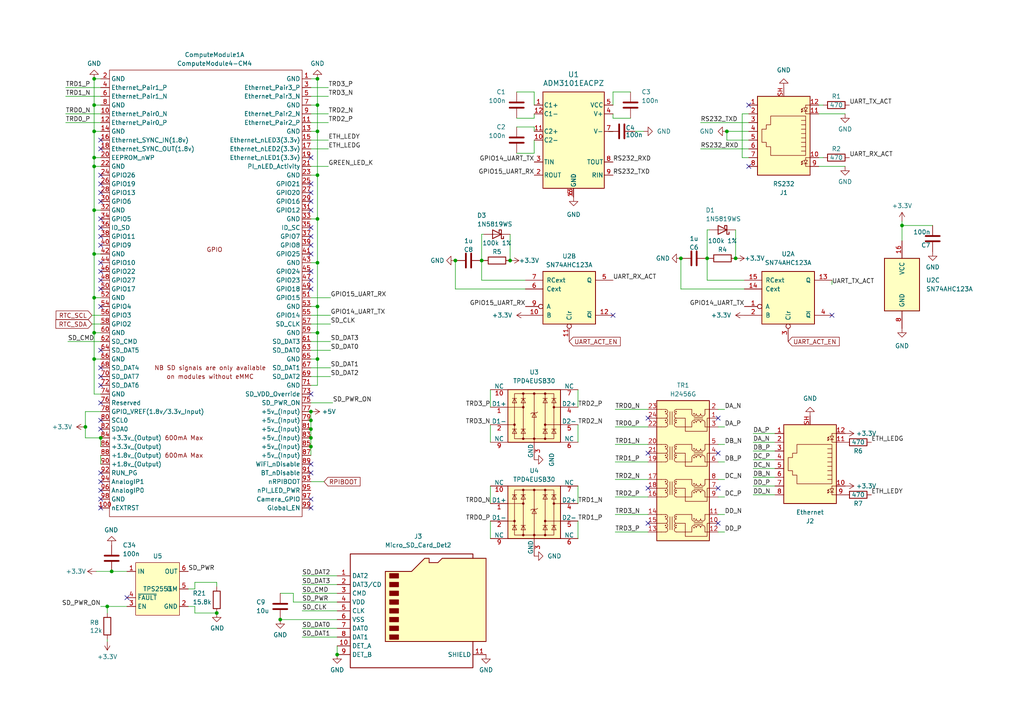
<source format=kicad_sch>
(kicad_sch (version 20231120) (generator "eeschema") (generator_version "8.0")
  (paper "A4")
  (junction (at 97.79 189.865))
  (junction (at 27.305 104.14))
  (junction (at 197.485 74.93))
  (junction (at 213.36 74.93))
  (junction (at 92.075 22.86))
  (junction (at 92.075 76.2))
  (junction (at 210.82 38.1))
  (junction (at 92.075 38.1))
  (junction (at 90.17 124.46))
  (junction (at 90.17 127))
  (junction (at 27.305 22.86))
  (junction (at 90.17 129.54))
  (junction (at 92.075 63.5))
  (junction (at 24.765 123.825))
  (junction (at 90.17 121.92))
  (junction (at 261.62 65.405))
  (junction (at 92.075 50.8))
  (junction (at 27.305 48.26))
  (junction (at 205.105 74.93))
  (junction (at 147.955 75.565))
  (junction (at 27.305 86.36))
  (junction (at 92.075 96.52))
  (junction (at 31.115 175.895))
  (junction (at 27.305 30.48))
  (junction (at 27.305 60.96))
  (junction (at 27.305 38.1))
  (junction (at 132.08 75.565))
  (junction (at 92.075 104.14))
  (junction (at 32.385 165.735))
  (junction (at 92.075 88.9))
  (junction (at 27.305 45.72))
  (junction (at 90.17 119.38))
  (junction (at 29.21 127))
  (junction (at 92.075 30.48))
  (junction (at 27.305 73.66))
  (junction (at 81.28 179.705))
  (junction (at 62.865 177.8))
  (junction (at 139.7 75.565))
  (junction (at 27.305 96.52))
  (no_connect (at 90.17 58.42))
  (no_connect (at 29.21 40.64))
  (no_connect (at 187.96 151.765))
  (no_connect (at 187.96 121.285))
  (no_connect (at 90.17 144.78))
  (no_connect (at 90.17 55.88))
  (no_connect (at 241.3 91.44))
  (no_connect (at 208.28 131.445))
  (no_connect (at 29.21 50.8))
  (no_connect (at 29.21 83.82))
  (no_connect (at 90.17 134.62))
  (no_connect (at 90.17 71.12))
  (no_connect (at 90.17 73.66))
  (no_connect (at 29.21 55.88))
  (no_connect (at 36.83 173.355))
  (no_connect (at 90.17 83.82))
  (no_connect (at 29.21 71.12))
  (no_connect (at 90.17 81.28))
  (no_connect (at 29.21 58.42))
  (no_connect (at 29.21 68.58))
  (no_connect (at 29.21 63.5))
  (no_connect (at 29.21 88.9))
  (no_connect (at 29.21 53.34))
  (no_connect (at 217.17 48.26))
  (no_connect (at 29.21 147.32))
  (no_connect (at 29.21 43.18))
  (no_connect (at 29.21 101.6))
  (no_connect (at 29.21 81.28))
  (no_connect (at 187.96 131.445))
  (no_connect (at 90.17 60.96))
  (no_connect (at 29.21 139.7))
  (no_connect (at 90.17 147.32))
  (no_connect (at 29.21 109.22))
  (no_connect (at 90.17 78.74))
  (no_connect (at 29.21 124.46))
  (no_connect (at 90.17 53.34))
  (no_connect (at 29.21 142.24))
  (no_connect (at 29.21 121.92))
  (no_connect (at 187.96 141.605))
  (no_connect (at 90.17 45.72))
  (no_connect (at 29.21 66.04))
  (no_connect (at 177.8 91.44))
  (no_connect (at 90.17 137.16))
  (no_connect (at 90.17 68.58))
  (no_connect (at 29.21 106.68))
  (no_connect (at 217.17 30.48))
  (no_connect (at 29.21 144.78))
  (no_connect (at 208.28 151.765))
  (no_connect (at 29.21 116.84))
  (no_connect (at 208.28 141.605))
  (no_connect (at 29.21 78.74))
  (no_connect (at 90.17 66.04))
  (no_connect (at 90.17 114.3))
  (no_connect (at 29.21 76.2))
  (no_connect (at 208.28 121.285))
  (no_connect (at 29.21 137.16))
  (no_connect (at 29.21 111.76))
  (wire (pts (xy 205.105 81.28) (xy 205.105 74.93)))
  (wire (pts (xy 178.435 139.065) (xy 187.96 139.065)))
  (wire (pts (xy 218.44 140.97) (xy 224.79 140.97)))
  (wire (pts (xy 27.305 38.1) (xy 27.305 45.72)))
  (wire (pts (xy 62.865 168.91) (xy 62.865 170.18)))
  (wire (pts (xy 237.49 33.02) (xy 245.11 33.02)))
  (wire (pts (xy 90.17 76.2) (xy 92.075 76.2)))
  (wire (pts (xy 62.865 177.8) (xy 56.515 177.8)))
  (wire (pts (xy 90.17 106.68) (xy 95.885 106.68)))
  (wire (pts (xy 178.435 154.305) (xy 187.96 154.305)))
  (wire (pts (xy 56.515 168.91) (xy 62.865 168.91)))
  (wire (pts (xy 215.265 45.72) (xy 217.17 45.72)))
  (wire (pts (xy 210.185 133.985) (xy 208.28 133.985)))
  (wire (pts (xy 90.17 91.44) (xy 95.885 91.44)))
  (wire (pts (xy 19.05 27.94) (xy 29.21 27.94)))
  (wire (pts (xy 90.17 93.98) (xy 95.885 93.98)))
  (wire (pts (xy 87.63 182.245) (xy 97.79 182.245)))
  (wire (pts (xy 90.17 101.6) (xy 95.885 101.6)))
  (wire (pts (xy 210.185 123.825) (xy 208.28 123.825)))
  (wire (pts (xy 90.17 127) (xy 90.17 129.54)))
  (wire (pts (xy 81.28 179.705) (xy 97.79 179.705)))
  (wire (pts (xy 24.765 127) (xy 29.21 127)))
  (wire (pts (xy 149.86 36.83) (xy 154.94 36.83)))
  (wire (pts (xy 56.515 177.8) (xy 56.515 175.895)))
  (wire (pts (xy 29.21 127) (xy 29.21 129.54)))
  (wire (pts (xy 154.94 30.48) (xy 154.94 26.67)))
  (wire (pts (xy 27.305 45.72) (xy 27.305 48.26)))
  (wire (pts (xy 238.76 45.72) (xy 237.49 45.72)))
  (wire (pts (xy 90.17 99.06) (xy 95.885 99.06)))
  (wire (pts (xy 27.305 22.86) (xy 27.305 30.48)))
  (wire (pts (xy 205.74 74.93) (xy 205.105 74.93)))
  (wire (pts (xy 167.64 140.97) (xy 167.64 146.05)))
  (wire (pts (xy 27.305 60.96) (xy 29.21 60.96)))
  (wire (pts (xy 177.8 33.02) (xy 177.8 34.29)))
  (wire (pts (xy 142.24 151.13) (xy 142.24 156.21)))
  (wire (pts (xy 152.4 81.28) (xy 139.7 81.28)))
  (wire (pts (xy 218.44 125.73) (xy 224.79 125.73)))
  (wire (pts (xy 56.515 170.815) (xy 56.515 168.91)))
  (wire (pts (xy 149.86 34.29) (xy 154.94 34.29)))
  (wire (pts (xy 29.21 175.895) (xy 31.115 175.895)))
  (wire (pts (xy 203.2 35.56) (xy 217.17 35.56)))
  (wire (pts (xy 178.435 118.745) (xy 187.96 118.745)))
  (wire (pts (xy 90.17 104.14) (xy 92.075 104.14)))
  (wire (pts (xy 27.305 30.48) (xy 29.21 30.48)))
  (wire (pts (xy 217.17 40.64) (xy 210.82 40.64)))
  (wire (pts (xy 29.21 119.38) (xy 24.765 119.38)))
  (wire (pts (xy 178.435 123.825) (xy 187.96 123.825)))
  (wire (pts (xy 154.94 44.45) (xy 149.86 44.45)))
  (wire (pts (xy 237.49 48.26) (xy 245.11 48.26)))
  (wire (pts (xy 90.17 139.7) (xy 93.98 139.7)))
  (wire (pts (xy 92.075 111.76) (xy 90.17 111.76)))
  (wire (pts (xy 27.305 114.3) (xy 29.21 114.3)))
  (wire (pts (xy 218.44 128.27) (xy 224.79 128.27)))
  (wire (pts (xy 210.185 149.225) (xy 208.28 149.225)))
  (wire (pts (xy 218.44 135.89) (xy 224.79 135.89)))
  (wire (pts (xy 27.305 96.52) (xy 27.305 104.14)))
  (wire (pts (xy 19.05 33.02) (xy 29.21 33.02)))
  (wire (pts (xy 92.075 50.8) (xy 92.075 63.5)))
  (wire (pts (xy 215.265 33.02) (xy 215.265 45.72)))
  (wire (pts (xy 215.9 81.28) (xy 205.105 81.28)))
  (wire (pts (xy 205.74 66.675) (xy 205.105 66.675)))
  (wire (pts (xy 31.115 185.42) (xy 31.115 186.055)))
  (wire (pts (xy 27.305 73.66) (xy 29.21 73.66)))
  (wire (pts (xy 90.17 25.4) (xy 95.25 25.4)))
  (wire (pts (xy 24.765 123.825) (xy 24.765 127)))
  (wire (pts (xy 154.94 40.64) (xy 154.94 44.45)))
  (wire (pts (xy 26.67 93.98) (xy 29.21 93.98)))
  (wire (pts (xy 184.15 38.1) (xy 186.69 38.1)))
  (wire (pts (xy 177.8 34.29) (xy 182.88 34.29)))
  (wire (pts (xy 218.44 143.51) (xy 224.79 143.51)))
  (wire (pts (xy 90.17 38.1) (xy 92.075 38.1)))
  (wire (pts (xy 197.485 83.82) (xy 197.485 74.93)))
  (wire (pts (xy 90.17 121.92) (xy 90.17 124.46)))
  (wire (pts (xy 154.94 36.83) (xy 154.94 38.1)))
  (wire (pts (xy 140.335 67.945) (xy 139.7 67.945)))
  (wire (pts (xy 142.24 140.97) (xy 142.24 146.05)))
  (wire (pts (xy 26.67 91.44) (xy 29.21 91.44)))
  (wire (pts (xy 56.515 175.895) (xy 54.61 175.895)))
  (wire (pts (xy 154.94 26.67) (xy 149.86 26.67)))
  (wire (pts (xy 92.075 38.1) (xy 92.075 50.8)))
  (wire (pts (xy 87.63 184.785) (xy 97.79 184.785)))
  (wire (pts (xy 90.17 88.9) (xy 92.075 88.9)))
  (wire (pts (xy 81.28 172.085) (xy 85.09 172.085)))
  (wire (pts (xy 90.17 109.22) (xy 95.885 109.22)))
  (wire (pts (xy 177.8 30.48) (xy 177.8 26.67)))
  (wire (pts (xy 261.62 64.135) (xy 261.62 65.405)))
  (wire (pts (xy 178.435 149.225) (xy 187.96 149.225)))
  (wire (pts (xy 178.435 133.985) (xy 187.96 133.985)))
  (wire (pts (xy 167.64 151.13) (xy 167.64 156.21)))
  (wire (pts (xy 167.64 123.19) (xy 167.64 128.27)))
  (wire (pts (xy 210.82 40.64) (xy 210.82 38.1)))
  (wire (pts (xy 92.075 63.5) (xy 92.075 76.2)))
  (wire (pts (xy 90.17 50.8) (xy 92.075 50.8)))
  (wire (pts (xy 90.17 124.46) (xy 90.17 127)))
  (wire (pts (xy 167.64 113.03) (xy 167.64 118.11)))
  (wire (pts (xy 217.17 33.02) (xy 215.265 33.02)))
  (wire (pts (xy 97.79 187.325) (xy 97.79 189.865)))
  (wire (pts (xy 54.61 170.815) (xy 56.515 170.815)))
  (wire (pts (xy 31.115 175.895) (xy 31.115 177.8)))
  (wire (pts (xy 90.17 33.02) (xy 95.25 33.02)))
  (wire (pts (xy 24.765 119.38) (xy 24.765 123.825)))
  (wire (pts (xy 92.075 88.9) (xy 92.075 96.52)))
  (wire (pts (xy 27.305 45.72) (xy 29.21 45.72)))
  (wire (pts (xy 27.305 73.66) (xy 27.305 86.36)))
  (wire (pts (xy 132.08 83.82) (xy 152.4 83.82)))
  (wire (pts (xy 90.17 119.38) (xy 90.17 121.92)))
  (wire (pts (xy 210.185 144.145) (xy 208.28 144.145)))
  (wire (pts (xy 210.82 38.1) (xy 217.17 38.1)))
  (wire (pts (xy 178.435 144.145) (xy 187.96 144.145)))
  (wire (pts (xy 140.335 75.565) (xy 139.7 75.565)))
  (wire (pts (xy 31.115 175.895) (xy 36.83 175.895)))
  (wire (pts (xy 142.24 123.19) (xy 142.24 128.27)))
  (wire (pts (xy 85.09 174.625) (xy 97.79 174.625)))
  (wire (pts (xy 27.305 30.48) (xy 27.305 38.1)))
  (wire (pts (xy 19.685 99.06) (xy 29.21 99.06)))
  (wire (pts (xy 90.17 27.94) (xy 95.25 27.94)))
  (wire (pts (xy 92.075 96.52) (xy 92.075 104.14)))
  (wire (pts (xy 27.94 165.735) (xy 32.385 165.735)))
  (wire (pts (xy 210.185 118.745) (xy 208.28 118.745)))
  (wire (pts (xy 147.955 67.945) (xy 147.955 75.565)))
  (wire (pts (xy 87.63 169.545) (xy 97.79 169.545)))
  (wire (pts (xy 210.185 154.305) (xy 208.28 154.305)))
  (wire (pts (xy 90.17 30.48) (xy 92.075 30.48)))
  (wire (pts (xy 139.7 81.28) (xy 139.7 75.565)))
  (wire (pts (xy 218.44 130.81) (xy 224.79 130.81)))
  (wire (pts (xy 92.075 104.14) (xy 92.075 111.76)))
  (wire (pts (xy 203.2 43.18) (xy 217.17 43.18)))
  (wire (pts (xy 27.305 60.96) (xy 27.305 73.66)))
  (wire (pts (xy 261.62 65.405) (xy 261.62 69.85)))
  (wire (pts (xy 29.21 132.08) (xy 29.21 134.62)))
  (wire (pts (xy 177.8 26.67) (xy 182.88 26.67)))
  (wire (pts (xy 154.94 34.29) (xy 154.94 33.02)))
  (wire (pts (xy 27.305 86.36) (xy 29.21 86.36)))
  (wire (pts (xy 90.17 116.84) (xy 96.52 116.84)))
  (wire (pts (xy 92.075 22.86) (xy 92.075 30.48)))
  (wire (pts (xy 19.05 25.4) (xy 29.21 25.4)))
  (wire (pts (xy 90.17 40.64) (xy 95.25 40.64)))
  (wire (pts (xy 241.3 81.28) (xy 241.3 82.55)))
  (wire (pts (xy 213.36 66.675) (xy 213.36 74.93)))
  (wire (pts (xy 90.17 129.54) (xy 90.17 132.08)))
  (wire (pts (xy 90.17 86.36) (xy 95.885 86.36)))
  (wire (pts (xy 27.305 38.1) (xy 29.21 38.1)))
  (wire (pts (xy 27.305 86.36) (xy 27.305 96.52)))
  (wire (pts (xy 32.385 165.735) (xy 36.83 165.735)))
  (wire (pts (xy 218.44 138.43) (xy 224.79 138.43)))
  (wire (pts (xy 87.63 172.085) (xy 97.79 172.085)))
  (wire (pts (xy 90.17 22.86) (xy 92.075 22.86)))
  (wire (pts (xy 176.53 38.1) (xy 177.8 38.1)))
  (wire (pts (xy 92.075 30.48) (xy 92.075 38.1)))
  (wire (pts (xy 90.17 43.18) (xy 95.25 43.18)))
  (wire (pts (xy 85.09 172.085) (xy 85.09 174.625)))
  (wire (pts (xy 27.305 48.26) (xy 29.21 48.26)))
  (wire (pts (xy 210.185 139.065) (xy 208.28 139.065)))
  (wire (pts (xy 29.21 22.86) (xy 27.305 22.86)))
  (wire (pts (xy 90.17 63.5) (xy 92.075 63.5)))
  (wire (pts (xy 261.62 65.405) (xy 270.51 65.405)))
  (wire (pts (xy 90.17 96.52) (xy 92.075 96.52)))
  (wire (pts (xy 139.7 67.945) (xy 139.7 75.565)))
  (wire (pts (xy 178.435 128.905) (xy 187.96 128.905)))
  (wire (pts (xy 92.075 76.2) (xy 92.075 88.9)))
  (wire (pts (xy 218.44 133.35) (xy 224.79 133.35)))
  (wire (pts (xy 90.17 48.26) (xy 95.25 48.26)))
  (wire (pts (xy 27.305 96.52) (xy 29.21 96.52)))
  (wire (pts (xy 27.305 48.26) (xy 27.305 60.96)))
  (wire (pts (xy 132.08 75.565) (xy 132.08 83.82)))
  (wire (pts (xy 90.17 35.56) (xy 95.25 35.56)))
  (wire (pts (xy 87.63 167.005) (xy 97.79 167.005)))
  (wire (pts (xy 215.9 83.82) (xy 197.485 83.82)))
  (wire (pts (xy 27.305 104.14) (xy 29.21 104.14)))
  (wire (pts (xy 142.24 113.03) (xy 142.24 118.11)))
  (wire (pts (xy 87.63 177.165) (xy 97.79 177.165)))
  (wire (pts (xy 27.305 104.14) (xy 27.305 114.3)))
  (wire (pts (xy 205.105 66.675) (xy 205.105 74.93)))
  (wire (pts (xy 19.05 35.56) (xy 29.21 35.56)))
  (wire (pts (xy 238.76 30.48) (xy 237.49 30.48)))
  (wire (pts (xy 210.185 128.905) (xy 208.28 128.905)))
  (label "SD_DAT1" (at 87.63 184.785 0))
  (label "SD_CLK" (at 87.63 177.165 0))
  (label "SD_CMD" (at 87.63 172.085 0))
  (label "SD_DAT3" (at 95.885 99.06 0))
  (label "ETH_LEDY" (at 95.25 40.64 0))
  (label "GPIO15_UART_RX" (at 154.94 50.8 180))
  (label "TRD2_N" (at 167.64 123.19 0))
  (label "SD_DAT0" (at 87.63 182.245 0))
  (label "GPIO14_UART_TX" (at 154.94 46.99 180))
  (label "DA_N" (at 218.44 128.27 0))
  (label "TRD1_P" (at 167.64 151.13 0))
  (label "GPIO14_UART_TX" (at 215.9 88.9 180))
  (label "TRD3_P" (at 142.24 118.11 180))
  (label "TRD0_N" (at 19.05 33.02 0))
  (label "SD_DAT1" (at 95.885 106.68 0))
  (label "ETH_LEDG" (at 95.25 43.18 0))
  (label "SD_PWR_ON" (at 96.52 116.84 0))
  (label "TRD1_P" (at 178.435 133.985 0))
  (label "DD_P" (at 218.44 140.97 0))
  (label "SD_DAT3" (at 87.63 169.545 0))
  (label "SD_PWR_ON" (at 29.21 175.895 180))
  (label "DC_P" (at 218.44 133.35 0))
  (label "DC_P" (at 210.185 144.145 0))
  (label "TRD0_P" (at 178.435 123.825 0))
  (label "SD_DAT2" (at 95.885 109.22 0))
  (label "DB_N" (at 210.185 128.905 0))
  (label "TRD2_N" (at 95.25 33.02 0))
  (label "DD_N" (at 218.44 143.51 0))
  (label "TRD2_P" (at 167.64 118.11 0))
  (label "TRD3_N" (at 178.435 149.225 0))
  (label "TRD2_P" (at 178.435 144.145 0))
  (label "DC_N" (at 210.185 139.065 0))
  (label "TRD0_P" (at 19.05 35.56 0))
  (label "TRD3_P" (at 95.25 25.4 0))
  (label "SD_PWR" (at 54.61 165.735 0))
  (label "TRD3_N" (at 95.25 27.94 0))
  (label "TRD0_N" (at 142.24 146.05 180))
  (label "TRD1_N" (at 167.64 146.05 0))
  (label "ETH_LEDY" (at 252.73 143.51 0))
  (label "DD_P" (at 210.185 154.305 0))
  (label "UART_TX_ACT" (at 241.3 82.55 0))
  (label "TRD3_P" (at 178.435 154.305 0))
  (label "TRD0_N" (at 178.435 118.745 0))
  (label "GPIO15_UART_RX" (at 152.4 88.9 180))
  (label "TRD1_N" (at 178.435 128.905 0))
  (label "GPIO14_UART_TX" (at 95.885 91.44 0))
  (label "DB_P" (at 218.44 130.81 0))
  (label "TRD1_P" (at 19.05 25.4 0))
  (label "RS232_TXD" (at 203.2 35.56 0))
  (label "ETH_LEDG" (at 252.73 128.27 0))
  (label "RS232_RXD" (at 203.2 43.18 0))
  (label "UART_TX_ACT" (at 246.38 30.48 0))
  (label "TRD2_P" (at 95.25 35.56 0))
  (label "RS232_RXD" (at 177.8 46.99 0))
  (label "UART_RX_ACT" (at 246.38 45.72 0))
  (label "SD_CMD" (at 19.685 99.06 0))
  (label "SD_DAT2" (at 87.63 167.005 0))
  (label "RS232_TXD" (at 177.8 50.8 0))
  (label "SD_DAT0" (at 95.885 101.6 0))
  (label "DA_P" (at 218.44 125.73 0))
  (label "SD_PWR" (at 87.63 174.625 0))
  (label "DD_N" (at 210.185 149.225 0))
  (label "TRD3_N" (at 142.24 123.19 180))
  (label "TRD1_N" (at 19.05 27.94 0))
  (label "GREEN_LED_K" (at 95.25 48.26 0))
  (label "DB_P" (at 210.185 133.985 0))
  (label "GPIO15_UART_RX" (at 95.885 86.36 0))
  (label "DA_P" (at 210.185 123.825 0))
  (label "SD_CLK" (at 95.885 93.98 0))
  (label "UART_RX_ACT" (at 177.8 81.28 0))
  (label "TRD0_P" (at 142.24 151.13 180))
  (label "DA_N" (at 210.185 118.745 0))
  (label "DB_N" (at 218.44 138.43 0))
  (label "DC_N" (at 218.44 135.89 0))
  (label "TRD2_N" (at 178.435 139.065 0))
  (global_label "RPIBOOT" (shape input) (at 93.98 139.7 0) (property "Intersheetrefs" "${INTERSHEET_REFS}" (effects (hide yes))))
  (global_label "UART_ACT_EN" (shape input) (at 165.1 99.06 0) (property "Intersheetrefs" "${INTERSHEET_REFS}" (effects (hide yes))))
  (global_label "UART_ACT_EN" (shape input) (at 228.6 99.06 0) (property "Intersheetrefs" "${INTERSHEET_REFS}" (effects (hide yes))))
  (global_label "RTC_SCL" (shape input) (at 26.67 91.44 180) (property "Intersheetrefs" "${INTERSHEET_REFS}" (effects (hide yes))))
  (global_label "RTC_SDA" (shape input) (at 26.67 93.98 180) (property "Intersheetrefs" "${INTERSHEET_REFS}" (effects (hide yes))))
  (symbol (lib_id "Device:C") (at 149.86 30.48 0) (mirror y) (unit 1)
    (property "Reference" "C1" (at 146.685 26.67 0) (effects (justify left)))
    (property "Value" "100n" (at 146.685 29.21 0) (effects (justify left)))
    (property "Footprint" "Capacitor_SMD:C_0402_1005Metric" (effects (hide yes)))
    (property "LCSC" "C307331" (effects (hide yes)))
    (property "MPN" "CL05B104KB54PNC" (effects (hide yes)))
    (property "Manufacturer" "Samsung" (effects (hide yes)))
  )
  (symbol (lib_id "Device:C") (at 180.34 38.1 90) (unit 1)
    (property "Reference" "C4" (at 184.15 37.084 90) (effects (justify left)))
    (property "Value" "100n" (at 186.436 39.116 90) (effects (justify left)))
    (property "Footprint" "Capacitor_SMD:C_0402_1005Metric" (effects (hide yes)))
    (property "LCSC" "C307331" (effects (hide yes)))
    (property "MPN" "CL05B104KB54PNC" (effects (hide yes)))
    (property "Manufacturer" "Samsung" (effects (hide yes)))
  )
  (symbol (lib_id "power:GND") (at 186.69 38.1 90) (unit 1)
    (property "Reference" "#PWR01" (effects (hide yes)))
    (property "Value" "GND" (at 190.5 38.0999 90) (effects (justify right)))
  )
  (symbol (lib_id "power:GND") (at 154.94 133.35 90) (unit 1)
    (property "Reference" "#PWR026" (effects (hide yes)))
    (property "Value" "GND" (at 160.02 133.35 0))
  )
  (symbol (lib_id "power:+3.3V") (at 27.94 165.735 90) (unit 1)
    (property "Reference" "#PWR029" (effects (hide yes)))
    (property "Value" "+3.3V" (at 19.05 165.735 90) (effects (justify right)))
  )
  (symbol (lib_id "PiCard:ComputeModule4-CM4") (at 62.23 78.74 0) (unit 1)
    (property "Reference" "ComputeModule1" (at 62.23 15.875 0))
    (property "Value" "ComputeModule4-CM4" (at 62.23 18.415 0))
    (property "Footprint" "PiCard:Raspberry-Pi-4-Compute-Module" (effects (hide yes)))
    (property "Field4" "Hirose" (effects (hide yes)))
    (property "Field5" "2x DF40C-100DS-0.4V" (effects (hide yes)))
  )
  (symbol (lib_id "power:GND") (at 166.37 57.15 0) (unit 1)
    (property "Reference" "#PWR03" (effects (hide yes)))
    (property "Value" "GND" (at 166.37 62.23 0))
  )
  (symbol (lib_id "power:GND") (at 245.11 33.02 0) (unit 1)
    (property "Reference" "#PWR06" (effects (hide yes)))
    (property "Value" "GND" (at 245.11 37.465 0))
  )
  (symbol (lib_id "power:GND") (at 210.82 38.1 270) (unit 1)
    (property "Reference" "#PWR07" (effects (hide yes)))
    (property "Value" "GND" (at 207.01 38.1 90) (effects (justify right)))
  )
  (symbol (lib_id "Connector:RJ45_LED_Shielded") (at 234.95 133.35 180) (unit 1)
    (property "Reference" "J2" (at 234.95 151.13 0))
    (property "Value" "Ethernet" (at 234.95 148.59 0))
    (property "Footprint" "PiCard:RJ45-TH_RJ45-005-202-11" (effects (hide yes)))
    (property "LCSC" "C7421405" (effects (hide yes)))
    (property "MPN" "RJ45-005-202-11" (effects (hide yes)))
    (property "Manufacturer" "Heling" (effects (hide yes)))
  )
  (symbol (lib_id "Device:C") (at 81.28 175.895 0) (unit 1)
    (property "Reference" "C9" (at 74.295 174.625 0) (effects (justify left)))
    (property "Value" "10u" (at 74.295 177.165 0) (effects (justify left)))
    (property "Footprint" "Capacitor_SMD:C_0805_2012Metric" (effects (hide yes)))
    (property "LCSC" "C15850" (effects (hide yes)))
    (property "MPN" "CL21A106KAYNNNE" (effects (hide yes)))
    (property "Manufacturer" "C15850" (effects (hide yes)))
  )
  (symbol (lib_id "74xx:74AHCT123") (at 261.62 82.55 0) (unit 3)
    (property "Reference" "U2" (at 268.605 81.28 0) (effects (justify left)))
    (property "Value" "SN74AHC123A" (at 268.605 83.82 0) (effects (justify left)))
    (property "Footprint" "Package_DFN_QFN:DHVQFN-16-1EP_2.5x3.5mm_P0.5mm_EP1x2mm" (effects (hide yes)))
    (property "Datasheet" "https://www.ti.com/lit/ds/symlink/sn74ahc123a.pdf" (effects (hide yes)))
    (property "LCSC" "C2869599" (effects (hide yes)))
    (property "MPN" "SN74AHC123APWR" (effects (hide yes)))
    (property "Manufacturer" "Texas Instruments" (effects (hide yes)))
  )
  (symbol (lib_id "power:GND") (at 27.305 22.86 180) (unit 1)
    (property "Reference" "#PWR04" (effects (hide yes)))
    (property "Value" "GND" (at 27.305 18.415 0))
  )
  (symbol (lib_id "PiCard:TPS2553") (at 45.72 170.815 0) (unit 1)
    (property "Reference" "U5" (at 45.72 161.29 0))
    (property "Value" "TPS2553" (at 45.72 170.815 0))
    (property "Footprint" "Package_TO_SOT_SMD:SOT-23-6" (effects (hide yes)))
    (property "Datasheet" "https://www.ti.com/lit/ds/symlink/tps2553.pdf" (effects (hide yes)))
    (property "LCSC" "C521201" (effects (hide yes)))
    (property "MPN" "TPS2553DDBVR" (effects (hide yes)))
    (property "Manufacturer" "Texas Instruments" (effects (hide yes)))
  )
  (symbol (lib_id "power:GND") (at 245.11 48.26 0) (unit 1)
    (property "Reference" "#PWR09" (effects (hide yes)))
    (property "Value" "GND" (at 245.11 52.705 0))
  )
  (symbol (lib_id "Device:C") (at 32.385 161.925 0) (unit 1)
    (property "Reference" "C34" (at 35.56 158.115 0) (effects (justify left)))
    (property "Value" "100n" (at 35.56 160.655 0) (effects (justify left)))
    (property "Footprint" "Capacitor_SMD:C_0402_1005Metric" (effects (hide yes)))
    (property "LCSC" "C307331" (effects (hide yes)))
    (property "MPN" "CL05B104KB54PNC" (effects (hide yes)))
    (property "Manufacturer" "Samsung" (effects (hide yes)))
  )
  (symbol (lib_id "Device:R") (at 62.865 173.99 0) (unit 1)
    (property "Reference" "R21" (at 55.88 172.085 0) (effects (justify left)))
    (property "Value" "15.8k" (at 55.88 174.625 0) (effects (justify left)))
    (property "Footprint" "Resistor_SMD:R_0402_1005Metric" (effects (hide yes)))
    (property "LCSC" "C226795" (effects (hide yes)))
    (property "MPN" "AC0402FR-0715K8L " (effects (hide yes)))
    (property "Manufacturer" "YAGEO" (effects (hide yes)))
  )
  (symbol (lib_id "power:GND") (at 97.79 189.865 0) (unit 1)
    (property "Reference" "#PWR033" (effects (hide yes)))
    (property "Value" "GND" (at 97.79 194.31 0))
  )
  (symbol (lib_id "74xx:74AHCT123") (at 228.6 86.36 0) (unit 1)
    (property "Reference" "U2" (at 228.6 73.66 0))
    (property "Value" "SN74AHC123A" (at 228.6 76.2 0))
    (property "Footprint" "Package_DFN_QFN:DHVQFN-16-1EP_2.5x3.5mm_P0.5mm_EP1x2mm" (effects (hide yes)))
    (property "Datasheet" "https://www.ti.com/lit/ds/symlink/sn74ahc123a.pdf" (effects (hide yes)))
    (property "LCSC" "C2869599" (effects (hide yes)))
    (property "MPN" "SN74AHC123APWR" (effects (hide yes)))
    (property "Manufacturer" "Texas Instruments" (effects (hide yes)))
  )
  (symbol (lib_id "power:GND") (at 154.94 161.29 90) (unit 1)
    (property "Reference" "#PWR028" (effects (hide yes)))
    (property "Value" "GND" (at 158.75 161.29 90) (effects (justify right)))
  )
  (symbol (lib_id "Device:C") (at 182.88 30.48 0) (unit 1)
    (property "Reference" "C3" (at 186.055 26.67 0) (effects (justify left)))
    (property "Value" "100n" (at 186.055 29.21 0) (effects (justify left)))
    (property "Footprint" "Capacitor_SMD:C_0402_1005Metric" (effects (hide yes)))
    (property "LCSC" "C307331" (effects (hide yes)))
    (property "MPN" "CL05B104KB54PNC" (effects (hide yes)))
    (property "Manufacturer" "Samsung" (effects (hide yes)))
  )
  (symbol (lib_id "Connector:RJ45_LED_Shielded") (at 227.33 38.1 180) (unit 1)
    (property "Reference" "J1" (at 227.33 55.88 0))
    (property "Value" "RS232" (at 227.33 53.34 0))
    (property "Footprint" "PiCard:RJ45-TH_RJ45-005-202-11" (effects (hide yes)))
    (property "LCSC" "C7421405" (effects (hide yes)))
    (property "MPN" "RJ45-005-202-11" (effects (hide yes)))
    (property "Manufacturer" "Heling" (effects (hide yes)))
  )
  (symbol (lib_id "power:+3.3V") (at 213.36 74.93 270) (unit 1)
    (property "Reference" "#PWR013" (effects (hide yes)))
    (property "Value" "+3.3V" (at 215.9 74.93 90) (effects (justify left)))
  )
  (symbol (lib_id "Device:C") (at 135.89 75.565 270) (unit 1)
    (property "Reference" "C8" (at 135.89 72.39 90))
    (property "Value" "1u" (at 135.89 69.85 90))
    (property "Footprint" "Capacitor_SMD:C_0603_1608Metric" (effects (hide yes)))
    (property "LCSC" "C15849" (effects (hide yes)))
    (property "MPN" "CL10A105KB8NNNC" (effects (hide yes)))
    (property "Manufacturer" "Samsung" (effects (hide yes)))
  )
  (symbol (lib_id "power:GND") (at 234.95 120.65 180) (unit 1)
    (property "Reference" "#PWR023" (effects (hide yes)))
    (property "Value" "GND" (at 234.95 115.57 0))
  )
  (symbol (lib_id "power:+3.3V") (at 31.115 186.055 180) (unit 1)
    (property "Reference" "#PWR030" (effects (hide yes)))
    (property "Value" "+3.3V" (at 31.115 190.5 0))
  )
  (symbol (lib_id "power:+5V") (at 90.17 119.38 270) (unit 1)
    (property "Reference" "#PWR022" (effects (hide yes)))
    (property "Value" "+5V" (at 93.345 119.38 90) (effects (justify left)))
  )
  (symbol (lib_id "Device:R") (at 242.57 30.48 90) (unit 1)
    (property "Reference" "R1" (at 242.57 27.94 90))
    (property "Value" "470" (at 242.57 30.48 90))
    (property "Footprint" "Resistor_SMD:R_0402_1005Metric" (effects (hide yes)))
    (property "LCSC" "C25117" (effects (hide yes)))
    (property "MPN" "0402WGF4700TCE" (effects (hide yes)))
    (property "Manufacturer" "Uniroyal" (effects (hide yes)))
  )
  (symbol (lib_id "power:GND") (at 140.97 189.865 0) (unit 1)
    (property "Reference" "#PWR034" (effects (hide yes)))
    (property "Value" "GND" (at 140.97 194.31 0))
  )
  (symbol (lib_id "power:+3.3V") (at 215.9 91.44 90) (unit 1)
    (property "Reference" "#PWR016" (effects (hide yes)))
    (property "Value" "+3.3V" (at 212.09 91.44 90) (effects (justify left)))
  )
  (symbol (lib_id "power:+3.3V") (at 152.4 91.44 90) (unit 1)
    (property "Reference" "#PWR021" (effects (hide yes)))
    (property "Value" "+3.3V" (at 148.59 91.44 90) (effects (justify left)))
  )
  (symbol (lib_id "power:GND") (at 270.51 73.025 0) (unit 1)
    (property "Reference" "#PWR015" (effects (hide yes)))
    (property "Value" "GND" (at 270.51 77.47 0))
  )
  (symbol (lib_id "power:GND") (at 62.865 177.8 0) (unit 1)
    (property "Reference" "#PWR032" (effects (hide yes)))
    (property "Value" "GND" (at 62.992 182.1942 0))
  )
  (symbol (lib_id "Device:R") (at 242.57 45.72 270) (unit 1)
    (property "Reference" "R2" (at 242.57 43.18 90))
    (property "Value" "470" (at 242.57 45.72 90))
    (property "Footprint" "Resistor_SMD:R_0402_1005Metric" (effects (hide yes)))
    (property "LCSC" "C25117" (effects (hide yes)))
    (property "MPN" "0402WGF4700TCE" (effects (hide yes)))
    (property "Manufacturer" "Uniroyal" (effects (hide yes)))
  )
  (symbol (lib_id "Device:R") (at 209.55 74.93 270) (unit 1)
    (property "Reference" "R4" (at 209.55 72.39 90))
    (property "Value" "100k 1%" (at 209.55 69.85 90))
    (property "Footprint" "Resistor_SMD:R_0402_1005Metric" (effects (hide yes)))
    (property "LCSC" "C25741" (effects (hide yes)))
    (property "MPN" "0402WGF1003TCE" (effects (hide yes)))
    (property "Manufacturer" "Uniroyal" (effects (hide yes)))
  )
  (symbol (lib_id "PiCard:ADM3101EACPZ") (at 166.37 40.64 0) (unit 1)
    (property "Reference" "U1" (at 166.37 21.59 0) (effects (font (size 1.524 1.524))))
    (property "Value" "ADM3101EACPZ" (at 166.37 24.13 0) (effects (font (size 1.524 1.524))))
    (property "Footprint" "PiCard:LFCSP-12-1EP_3x3mm_P0.5mm_EP1.3x1.3mm" (effects (hide yes)))
    (property "Datasheet" "ADM3101EACPZ-250R7" (effects (hide yes)))
  )
  (symbol (lib_id "74xx:74AHCT123") (at 165.1 86.36 0) (unit 2)
    (property "Reference" "U2" (at 165.1 74.295 0))
    (property "Value" "SN74AHC123A" (at 165.1 76.835 0))
    (property "Footprint" "Package_DFN_QFN:DHVQFN-16-1EP_2.5x3.5mm_P0.5mm_EP1x2mm" (effects (hide yes)))
    (property "Datasheet" "https://www.ti.com/lit/ds/symlink/sn74ahc123a.pdf" (effects (hide yes)))
    (property "LCSC" "C2869599" (effects (hide yes)))
    (property "MPN" "SN74AHC123APWR" (effects (hide yes)))
    (property "Manufacturer" "Texas Instruments" (effects (hide yes)))
  )
  (symbol (lib_id "Device:C") (at 270.51 69.215 180) (unit 1)
    (property "Reference" "C7" (at 269.875 71.12 0) (effects (justify left)))
    (property "Value" "100n" (at 269.875 67.31 0) (effects (justify left)))
    (property "Footprint" "Capacitor_SMD:C_0402_1005Metric" (effects (hide yes)))
    (property "LCSC" "C307331" (effects (hide yes)))
    (property "MPN" "CL05B104KB54PNC" (effects (hide yes)))
    (property "Manufacturer" "Samsung" (effects (hide yes)))
  )
  (symbol (lib_id "power:GND") (at 227.33 25.4 180) (unit 1)
    (property "Reference" "#PWR02" (effects (hide yes)))
    (property "Value" "GND" (at 227.33 20.32 0))
  )
  (symbol (lib_id "power:+3.3V") (at 147.955 75.565 270) (unit 1)
    (property "Reference" "#PWR019" (effects (hide yes)))
    (property "Value" "+3.3V" (at 150.495 75.565 90) (effects (justify left)))
  )
  (symbol (lib_id "power:GND") (at 197.485 74.93 270) (unit 1)
    (property "Reference" "#PWR012" (effects (hide yes)))
    (property "Value" "GND" (at 194.31 74.93 90) (effects (justify right)))
  )
  (symbol (lib_id "Device:D_Schottky") (at 209.55 66.675 180) (unit 1)
    (property "Reference" "D1" (at 205.994 60.96 0))
    (property "Value" "1N5819WS" (at 209.804 63.5 0))
    (property "Footprint" "Diode_SMD:D_SOD-323" (effects (hide yes)))
    (property "LCSC" "C191023" (effects (hide yes)))
    (property "MPN" "1N5819WS" (effects (hide yes)))
    (property "Manufacturer" "Guangdong Hottech" (effects (hide yes)))
  )
  (symbol (lib_id "Device:C") (at 149.86 40.64 0) (mirror y) (unit 1)
    (property "Reference" "C2" (at 146.685 36.83 0) (effects (justify left)))
    (property "Value" "100n" (at 146.685 39.37 0) (effects (justify left)))
    (property "Footprint" "Capacitor_SMD:C_0402_1005Metric" (effects (hide yes)))
    (property "LCSC" "C307331" (effects (hide yes)))
    (property "MPN" "CL05B104KB54PNC" (effects (hide yes)))
    (property "Manufacturer" "Samsung" (effects (hide yes)))
  )
  (symbol (lib_id "power:+3.3V") (at 261.62 64.135 0) (unit 1)
    (property "Reference" "#PWR014" (effects (hide yes)))
    (property "Value" "+3.3V" (at 261.62 59.69 0))
  )
  (symbol (lib_id "Device:C") (at 201.295 74.93 270) (unit 1)
    (property "Reference" "C6" (at 201.295 71.755 90))
    (property "Value" "1u" (at 201.295 69.215 90))
    (property "Footprint" "Capacitor_SMD:C_0603_1608Metric" (effects (hide yes)))
    (property "LCSC" "C15849" (effects (hide yes)))
    (property "MPN" "CL10A105KB8NNNC" (effects (hide yes)))
    (property "Manufacturer" "Samsung" (effects (hide yes)))
  )
  (symbol (lib_id "power:GND") (at 32.385 158.115 180) (unit 1)
    (property "Reference" "#PWR0105" (effects (hide yes)))
    (property "Value" "GND" (at 32.258 153.7208 0))
  )
  (symbol (lib_id "Device:R") (at 248.92 128.27 90) (unit 1)
    (property "Reference" "R6" (at 248.92 130.81 90))
    (property "Value" "470" (at 248.92 128.27 90))
    (property "Footprint" "Resistor_SMD:R_0402_1005Metric" (effects (hide yes)))
    (property "LCSC" "C25117" (effects (hide yes)))
    (property "MPN" "0402WGF4700TCE" (effects (hide yes)))
    (property "Manufacturer" "Uniroyal" (effects (hide yes)))
  )
  (symbol (lib_id "Device:R") (at 144.145 75.565 270) (unit 1)
    (property "Reference" "R5" (at 144.145 73.025 90))
    (property "Value" "100k 1%" (at 144.145 70.485 90))
    (property "Footprint" "Resistor_SMD:R_0402_1005Metric" (effects (hide yes)))
    (property "LCSC" "C25741" (effects (hide yes)))
    (property "MPN" "0402WGF1003TCE" (effects (hide yes)))
    (property "Manufacturer" "Uniroyal" (effects (hide yes)))
  )
  (symbol (lib_id "Power_Protection:TPD4EUSB30") (at 154.94 148.59 0) (unit 1)
    (property "Reference" "U4" (at 154.94 136.525 0))
    (property "Value" "TPD4EUSB30" (at 154.94 139.065 0))
    (property "Footprint" "Package_SON:USON-10_2.5x1.0mm_P0.5mm" (effects (hide yes)))
    (property "Datasheet" "http://www.ti.com/lit/ds/symlink/tpd2eusb30a.pdf" (effects (hide yes)))
    (property "LCSC" "C90627" (effects (hide yes)))
    (property "MPN" "TPD4EUSB30DQAR" (effects (hide yes)))
    (property "Manufacturer" "Texas Instruments" (effects (hide yes)))
  )
  (symbol (lib_id "power:GND") (at 132.08 75.565 270) (unit 1)
    (property "Reference" "#PWR018" (effects (hide yes)))
    (property "Value" "GND" (at 128.905 75.565 90) (effects (justify right)))
  )
  (symbol (lib_id "power:+3.3V") (at 245.11 125.73 270) (unit 1)
    (property "Reference" "#PWR025" (effects (hide yes)))
    (property "Value" "+3.3V" (at 248.285 125.73 90) (effects (justify left)))
  )
  (symbol (lib_id "power:GND") (at 92.075 22.86 180) (unit 1)
    (property "Reference" "#PWR05" (effects (hide yes)))
    (property "Value" "GND" (at 92.075 18.415 0))
  )
  (symbol (lib_id "Magi:H2456G") (at 198.12 136.525 0) (mirror y) (unit 1)
    (property "Reference" "TR1" (at 198.12 111.76 0))
    (property "Value" "H2456G" (at 198.12 114.3 0))
    (property "Footprint" "PiCard:XFMR-SMD-24_L16.6-W9.0-LS9.6-BL" (effects (hide yes)))
    (property "Datasheet" "https://www.lcsc.com/datasheet/lcsc_datasheet_2305121703_E-NETTR-H2456G_C5464750.pdf" (effects (hide yes)))
    (property "LCSC" "C5464750" (effects (hide yes)))
    (property "MPN" "H2456G" (effects (hide yes)))
    (property "Manufacturer" "E-NETTR" (effects (hide yes)))
  )
  (symbol (lib_id "Power_Protection:TPD4EUSB30") (at 154.94 120.65 0) (unit 1)
    (property "Reference" "U3" (at 154.94 107.95 0))
    (property "Value" "TPD4EUSB30" (at 154.94 110.49 0))
    (property "Footprint" "Package_SON:USON-10_2.5x1.0mm_P0.5mm" (effects (hide yes)))
    (property "Datasheet" "http://www.ti.com/lit/ds/symlink/tpd2eusb30a.pdf" (effects (hide yes)))
    (property "LCSC" "C90627" (effects (hide yes)))
    (property "MPN" "TPD4EUSB30DQAR" (effects (hide yes)))
    (property "Manufacturer" "Texas Instruments" (effects (hide yes)))
  )
  (symbol (lib_id "power:GND") (at 81.28 179.705 0) (unit 1)
    (property "Reference" "#PWR031" (effects (hide yes)))
    (property "Value" "GND" (at 81.28 184.15 0))
  )
  (symbol (lib_id "power:+3.3V") (at 24.765 123.825 90) (unit 1)
    (property "Reference" "#PWR024" (effects (hide yes)))
    (property "Value" "+3.3V" (at 20.955 123.825 90) (effects (justify left)))
  )
  (symbol (lib_id "power:GND") (at 261.62 95.25 0) (unit 1)
    (property "Reference" "#PWR020" (effects (hide yes)))
    (property "Value" "GND" (at 261.62 100.33 0))
  )
  (symbol (lib_id "Connector:Micro_SD_Card_Det2") (at 120.65 177.165 0) (unit 1)
    (property "Reference" "J3" (at 121.285 155.575 0))
    (property "Value" "Micro_SD_Card_Det2" (at 121.285 158.115 0))
    (property "Footprint" "PiCard:TF-SMD_503398-1892" (effects (hide yes)))
    (property "LCSC" "C5174683" (effects (hide yes)))
    (property "MPN" "TF-108-ARP10" (effects (hide yes)))
    (property "Manufacturer" "XUNPU" (effects (hide yes)))
  )
  (symbol (lib_id "power:+3.3V") (at 245.11 140.97 270) (unit 1)
    (property "Reference" "#PWR027" (effects (hide yes)))
    (property "Value" "+3.3V" (at 248.285 140.97 90) (effects (justify left)))
  )
  (symbol (lib_id "Device:R") (at 31.115 181.61 0) (unit 1)
    (property "Reference" "R8" (at 26.035 180.5686 0) (effects (justify left)))
    (property "Value" "12k" (at 26.035 182.88 0) (effects (justify left)))
    (property "Footprint" "Resistor_SMD:R_0402_1005Metric" (effects (hide yes)))
    (property "LCSC" "C25752" (effects (hide yes)))
    (property "MPN" "0402WGF1202TCE" (effects (hide yes)))
    (property "Manufacturer" "Uniroyal" (effects (hide yes)))
  )
  (symbol (lib_id "Device:R") (at 248.92 143.51 90) (unit 1)
    (property "Reference" "R7" (at 248.92 146.05 90))
    (property "Value" "470" (at 248.92 143.51 90))
    (property "Footprint" "Resistor_SMD:R_0402_1005Metric" (effects (hide yes)))
    (property "LCSC" "C25117" (effects (hide yes)))
    (property "MPN" "0402WGF4700TCE" (effects (hide yes)))
    (property "Manufacturer" "Uniroyal" (effects (hide yes)))
  )
  (symbol (lib_id "Device:D_Schottky") (at 144.145 67.945 180) (unit 1)
    (property "Reference" "D3" (at 139.7 62.484 0))
    (property "Value" "1N5819WS" (at 143.51 65.024 0))
    (property "Footprint" "Diode_SMD:D_SOD-323" (effects (hide yes)))
    (property "LCSC" "C191023" (effects (hide yes)))
    (property "MPN" "1N5819WS" (effects (hide yes)))
    (property "Manufacturer" "Guangdong Hottech" (effects (hide yes)))
  )
)
</source>
